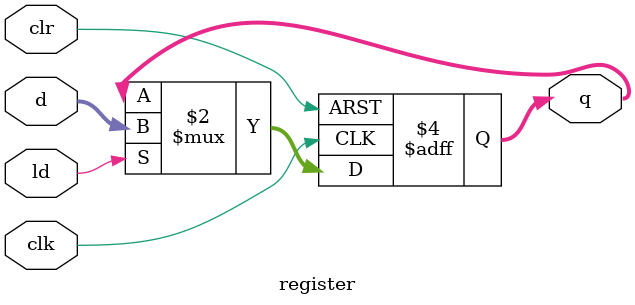
<source format=sv>
`timescale 1ns / 1ps


module register(
    input logic clk, clr, ld,
    input logic [7:0] d,
    output logic [7:0] q
    );
    //body
    always_ff @(posedge clk, posedge clr)
    if (clr)
        q <= 0;
    else if (ld)
        q <= d; 
endmodule

</source>
